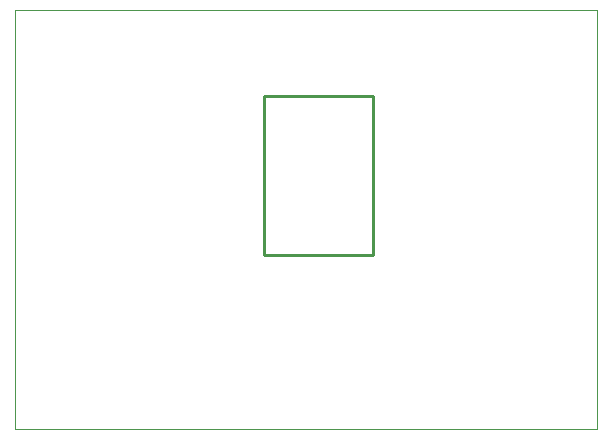
<source format=gbr>
%TF.GenerationSoftware,KiCad,Pcbnew,8.0.2-8.0.2-0~ubuntu20.04.1*%
%TF.CreationDate,2024-06-25T13:19:00+03:00*%
%TF.ProjectId,PCB_ADNS9800-Board_2024-06-24,5043425f-4144-44e5-9339-3830302d426f,rev?*%
%TF.SameCoordinates,Original*%
%TF.FileFunction,Profile,NP*%
%FSLAX46Y46*%
G04 Gerber Fmt 4.6, Leading zero omitted, Abs format (unit mm)*
G04 Created by KiCad (PCBNEW 8.0.2-8.0.2-0~ubuntu20.04.1) date 2024-06-25 13:19:00*
%MOMM*%
%LPD*%
G01*
G04 APERTURE LIST*
%TA.AperFunction,Profile*%
%ADD10C,0.050000*%
%TD*%
%TA.AperFunction,Profile*%
%ADD11C,0.254000*%
%TD*%
G04 APERTURE END LIST*
D10*
X97739200Y-43027600D02*
X147066000Y-43027600D01*
X147066000Y-78486000D01*
X97739200Y-78486000D01*
X97739200Y-43027600D01*
D11*
%TO.C,U1*%
X118844800Y-50236600D02*
X128044800Y-50236600D01*
X118844800Y-63696600D02*
X118844800Y-50236600D01*
X128044800Y-50236600D02*
X128044800Y-63696600D01*
X128044800Y-63696600D02*
X118844800Y-63696600D01*
%TD*%
M02*

</source>
